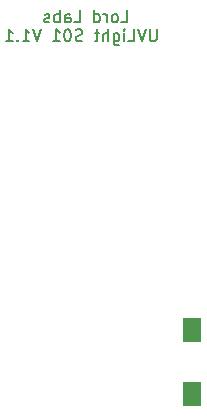
<source format=gbp>
%TF.GenerationSoftware,KiCad,Pcbnew,(6.0.7)*%
%TF.CreationDate,2022-09-15T17:32:09-05:00*%
%TF.ProjectId,Simplified01,53696d70-6c69-4666-9965-6430312e6b69,rev?*%
%TF.SameCoordinates,Original*%
%TF.FileFunction,Paste,Bot*%
%TF.FilePolarity,Positive*%
%FSLAX46Y46*%
G04 Gerber Fmt 4.6, Leading zero omitted, Abs format (unit mm)*
G04 Created by KiCad (PCBNEW (6.0.7)) date 2022-09-15 17:32:09*
%MOMM*%
%LPD*%
G01*
G04 APERTURE LIST*
%ADD10C,0.150000*%
%ADD11R,1.600000X2.000000*%
G04 APERTURE END LIST*
D10*
X144728203Y-72825131D02*
X145204393Y-72825131D01*
X145204393Y-71825131D01*
X144252012Y-72825131D02*
X144347251Y-72777512D01*
X144394870Y-72729893D01*
X144442489Y-72634655D01*
X144442489Y-72348941D01*
X144394870Y-72253703D01*
X144347251Y-72206084D01*
X144252012Y-72158465D01*
X144109155Y-72158465D01*
X144013917Y-72206084D01*
X143966298Y-72253703D01*
X143918679Y-72348941D01*
X143918679Y-72634655D01*
X143966298Y-72729893D01*
X144013917Y-72777512D01*
X144109155Y-72825131D01*
X144252012Y-72825131D01*
X143490108Y-72825131D02*
X143490108Y-72158465D01*
X143490108Y-72348941D02*
X143442489Y-72253703D01*
X143394870Y-72206084D01*
X143299631Y-72158465D01*
X143204393Y-72158465D01*
X142442489Y-72825131D02*
X142442489Y-71825131D01*
X142442489Y-72777512D02*
X142537727Y-72825131D01*
X142728203Y-72825131D01*
X142823441Y-72777512D01*
X142871060Y-72729893D01*
X142918679Y-72634655D01*
X142918679Y-72348941D01*
X142871060Y-72253703D01*
X142823441Y-72206084D01*
X142728203Y-72158465D01*
X142537727Y-72158465D01*
X142442489Y-72206084D01*
X140728203Y-72825131D02*
X141204393Y-72825131D01*
X141204393Y-71825131D01*
X139966298Y-72825131D02*
X139966298Y-72301322D01*
X140013917Y-72206084D01*
X140109155Y-72158465D01*
X140299631Y-72158465D01*
X140394870Y-72206084D01*
X139966298Y-72777512D02*
X140061536Y-72825131D01*
X140299631Y-72825131D01*
X140394870Y-72777512D01*
X140442489Y-72682274D01*
X140442489Y-72587036D01*
X140394870Y-72491798D01*
X140299631Y-72444179D01*
X140061536Y-72444179D01*
X139966298Y-72396560D01*
X139490108Y-72825131D02*
X139490108Y-71825131D01*
X139490108Y-72206084D02*
X139394870Y-72158465D01*
X139204393Y-72158465D01*
X139109155Y-72206084D01*
X139061536Y-72253703D01*
X139013917Y-72348941D01*
X139013917Y-72634655D01*
X139061536Y-72729893D01*
X139109155Y-72777512D01*
X139204393Y-72825131D01*
X139394870Y-72825131D01*
X139490108Y-72777512D01*
X138632965Y-72777512D02*
X138537727Y-72825131D01*
X138347251Y-72825131D01*
X138252012Y-72777512D01*
X138204393Y-72682274D01*
X138204393Y-72634655D01*
X138252012Y-72539417D01*
X138347251Y-72491798D01*
X138490108Y-72491798D01*
X138585346Y-72444179D01*
X138632965Y-72348941D01*
X138632965Y-72301322D01*
X138585346Y-72206084D01*
X138490108Y-72158465D01*
X138347251Y-72158465D01*
X138252012Y-72206084D01*
X147704393Y-73435131D02*
X147704393Y-74244655D01*
X147656774Y-74339893D01*
X147609155Y-74387512D01*
X147513917Y-74435131D01*
X147323441Y-74435131D01*
X147228203Y-74387512D01*
X147180584Y-74339893D01*
X147132965Y-74244655D01*
X147132965Y-73435131D01*
X146799631Y-73435131D02*
X146466298Y-74435131D01*
X146132965Y-73435131D01*
X145323441Y-74435131D02*
X145799631Y-74435131D01*
X145799631Y-73435131D01*
X144990108Y-74435131D02*
X144990108Y-73768465D01*
X144990108Y-73435131D02*
X145037727Y-73482751D01*
X144990108Y-73530370D01*
X144942489Y-73482751D01*
X144990108Y-73435131D01*
X144990108Y-73530370D01*
X144085346Y-73768465D02*
X144085346Y-74577989D01*
X144132965Y-74673227D01*
X144180584Y-74720846D01*
X144275822Y-74768465D01*
X144418679Y-74768465D01*
X144513917Y-74720846D01*
X144085346Y-74387512D02*
X144180584Y-74435131D01*
X144371060Y-74435131D01*
X144466298Y-74387512D01*
X144513917Y-74339893D01*
X144561536Y-74244655D01*
X144561536Y-73958941D01*
X144513917Y-73863703D01*
X144466298Y-73816084D01*
X144371060Y-73768465D01*
X144180584Y-73768465D01*
X144085346Y-73816084D01*
X143609155Y-74435131D02*
X143609155Y-73435131D01*
X143180584Y-74435131D02*
X143180584Y-73911322D01*
X143228203Y-73816084D01*
X143323441Y-73768465D01*
X143466298Y-73768465D01*
X143561536Y-73816084D01*
X143609155Y-73863703D01*
X142847251Y-73768465D02*
X142466298Y-73768465D01*
X142704393Y-73435131D02*
X142704393Y-74292274D01*
X142656774Y-74387512D01*
X142561536Y-74435131D01*
X142466298Y-74435131D01*
X141418679Y-74387512D02*
X141275822Y-74435131D01*
X141037727Y-74435131D01*
X140942489Y-74387512D01*
X140894870Y-74339893D01*
X140847251Y-74244655D01*
X140847251Y-74149417D01*
X140894870Y-74054179D01*
X140942489Y-74006560D01*
X141037727Y-73958941D01*
X141228203Y-73911322D01*
X141323441Y-73863703D01*
X141371060Y-73816084D01*
X141418679Y-73720846D01*
X141418679Y-73625608D01*
X141371060Y-73530370D01*
X141323441Y-73482751D01*
X141228203Y-73435131D01*
X140990108Y-73435131D01*
X140847251Y-73482751D01*
X140228203Y-73435131D02*
X140132965Y-73435131D01*
X140037727Y-73482751D01*
X139990108Y-73530370D01*
X139942489Y-73625608D01*
X139894870Y-73816084D01*
X139894870Y-74054179D01*
X139942489Y-74244655D01*
X139990108Y-74339893D01*
X140037727Y-74387512D01*
X140132965Y-74435131D01*
X140228203Y-74435131D01*
X140323441Y-74387512D01*
X140371060Y-74339893D01*
X140418679Y-74244655D01*
X140466298Y-74054179D01*
X140466298Y-73816084D01*
X140418679Y-73625608D01*
X140371060Y-73530370D01*
X140323441Y-73482751D01*
X140228203Y-73435131D01*
X138942489Y-74435131D02*
X139513917Y-74435131D01*
X139228203Y-74435131D02*
X139228203Y-73435131D01*
X139323441Y-73577989D01*
X139418679Y-73673227D01*
X139513917Y-73720846D01*
X137894870Y-73435131D02*
X137561536Y-74435131D01*
X137228203Y-73435131D01*
X136371060Y-74435131D02*
X136942489Y-74435131D01*
X136656774Y-74435131D02*
X136656774Y-73435131D01*
X136752012Y-73577989D01*
X136847251Y-73673227D01*
X136942489Y-73720846D01*
X135942489Y-74339893D02*
X135894870Y-74387512D01*
X135942489Y-74435131D01*
X135990108Y-74387512D01*
X135942489Y-74339893D01*
X135942489Y-74435131D01*
X134942489Y-74435131D02*
X135513917Y-74435131D01*
X135228203Y-74435131D02*
X135228203Y-73435131D01*
X135323441Y-73577989D01*
X135418679Y-73673227D01*
X135513917Y-73720846D01*
D11*
X150745251Y-98925751D03*
X150745251Y-104325751D03*
M02*

</source>
